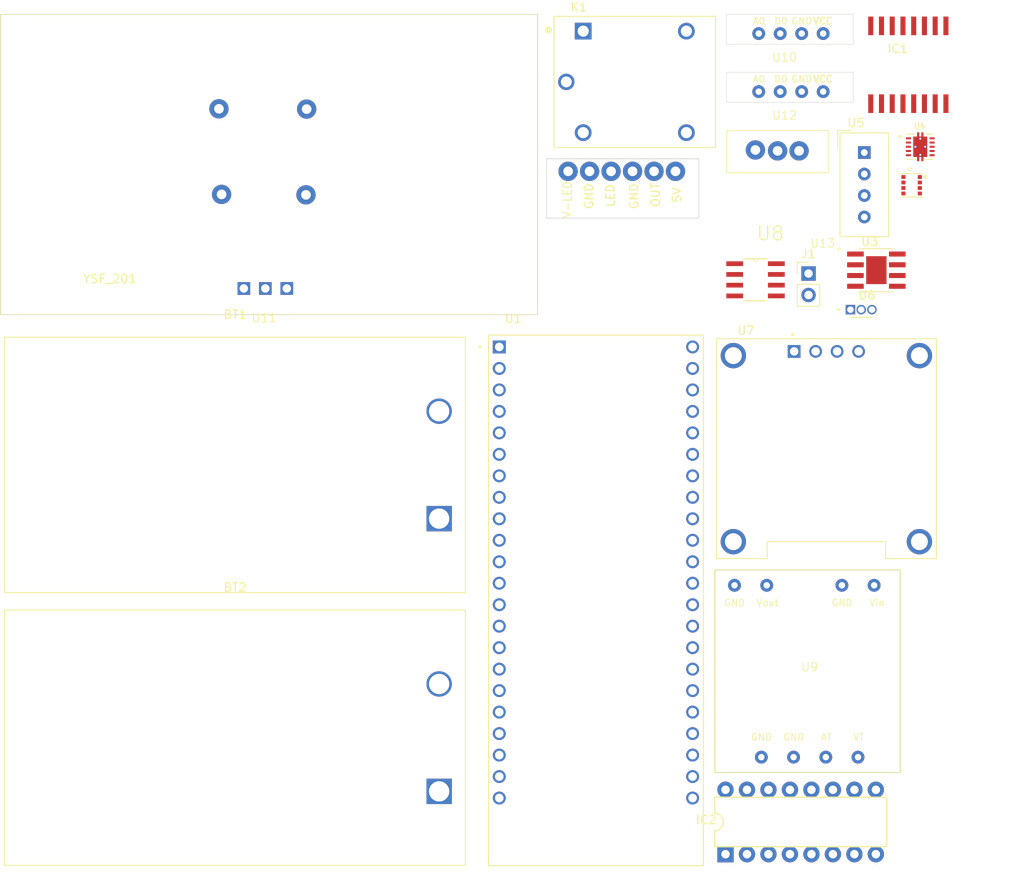
<source format=kicad_pcb>
(kicad_pcb (version 20240108) (generator "pcbnew") (generator_version "8.0")
  (layers (0 "F.Cu" signal) (31 "B.Cu" signal) (34 "B.Paste" user) (35 "F.Paste" user) (36 "B.SilkS" user "B.Silkscreen") (37 "F.SilkS" user "F.Silkscreen") (38 "B.Mask" user) (39 "F.Mask" user) (44 "Edge.Cuts" user))
  (net 0 "")
  (net 1 "GND")
  (net 2 "Net-(BT1-+)")
  (net 3 "Net-(BT2--)")
  (net 5 "/IO_15")
  (net 6 "/CLK")
  (net 10 "/IO_14")
  (net 16 "/IO_16")
  (net 18 "/5V")
  (net 42 "/IO_9")
  (net 44 "/IO_1")
  (net 46 "/IO_13")
  (net 48 "/IO_3")
  (net 51 "/IO_17")
  (net 52 "/IO_12")
  (net 53 "/IO_6")
  (net 55 "/IO_8")
  (net 58 "/IO_11")
  (net 60 "/IO_10")
  (net 61 "/IO_5")
  (net 62 "/3V3")
  (net 64 "/IO_7")
  (net 69 "/IO_4")
  (net 70 "/IO_2")
  (net 71 "/IO_0")
  (net 73 "/IO_18")
  (net 103 "Net-(U14-VLED)")
  (footprint "Sensor:Aosong_DHT11_5.5x12.0_P2.54mm" (layer "F.Cu") (at 171.4808 57.4968)
    (property "Reference" "U5" (at -1 -3.5 0) (layer "F.SilkS"))
    (property "Value" "DHT11")
    (fp_line (start -3.16 -2.6) (end -3.16 -0.6) (stroke (width 0.12)) (layer "F.SilkS"))
    (fp_line (start -3.16 -2.6) (end -1.55 -2.6) (stroke (width 0.12)) (layer "F.SilkS"))
    (fp_line (start -2.88 9.94) (end -2.88 -2.31) (stroke (width 0.12)) (layer "F.SilkS"))
    (fp_line (start -2.87 -2.32) (end 2.87 -2.32) (stroke (width 0.12)) (layer "F.SilkS"))
    (fp_line (start 2.88 -2.32) (end 2.88 9.94) (stroke (width 0.12)) (layer "F.SilkS"))
    (fp_line (start 2.88 9.94) (end -2.88 9.94) (stroke (width 0.12)) (layer "F.SilkS"))
    (pad "1" thru_hole rect (at 0 0) (size 1.5 1.5) (drill 0.8) (layers "*.Cu" "*.Mask") (net 62 "/3V3"))
    (pad "2" thru_hole circle (at 0 2.54) (size 1.5 1.5) (drill 0.8) (layers "*.Cu" "*.Mask") (net 60 "/IO_10"))
    (pad "3" thru_hole circle (at 0 5.08) (size 1.5 1.5) (drill 0.8) (layers "*.Cu" "*.Mask"))
    (pad "4" thru_hole circle (at 0 7.62) (size 1.5 1.5) (drill 0.8) (layers "*.Cu" "*.Mask") (net 1 "GND"))
  )
  (footprint "TP4056:SOP127P600X175-9N" (layer "F.Cu") (at 172.9058 71.4018)
    (property "Reference" "U3" (at -0.795 -3.362 0) (layer "F.SilkS"))
    (property "Value" "TP4056")
    (fp_line (start -2 -2.55) (end 2 -2.55) (stroke (width 0.127)) (layer "F.SilkS"))
    (fp_line (start -2 2.55) (end 2 2.55) (stroke (width 0.127)) (layer "F.SilkS"))
    (fp_circle (center -4.445 -2.505) (end -4.345 -2.505) (stroke (width 0.2)) (fill none) (layer "F.SilkS"))
    (pad "1" smd roundrect (at -2.475 -1.905) (size 1.97 0.6) (layers "F.Cu" "F.Paste" "F.Mask") (roundrect_rratio 0.125))
    (pad "2" smd roundrect (at -2.475 -0.635) (size 1.97 0.6) (layers "F.Cu" "F.Paste" "F.Mask") (roundrect_rratio 0.125))
    (pad "3" smd roundrect (at -2.475 0.635) (size 1.97 0.6) (layers "F.Cu" "F.Paste" "F.Mask") (roundrect_rratio 0.125) (net 1 "GND"))
    (pad "4" smd roundrect (at -2.475 1.905) (size 1.97 0.6) (layers "F.Cu" "F.Paste" "F.Mask") (roundrect_rratio 0.125) (net 18 "/5V"))
    (pad "5" smd roundrect (at 2.475 1.905) (size 1.97 0.6) (layers "F.Cu" "F.Paste" "F.Mask") (roundrect_rratio 0.125))
    (pad "6" smd roundrect (at 2.475 0.635) (size 1.97 0.6) (layers "F.Cu" "F.Paste" "F.Mask") (roundrect_rratio 0.125))
    (pad "7" smd roundrect (at 2.475 -0.635) (size 1.97 0.6) (layers "F.Cu" "F.Paste" "F.Mask") (roundrect_rratio 0.125))
    (pad "8" smd roundrect (at 2.475 -1.905) (size 1.97 0.6) (layers "F.Cu" "F.Paste" "F.Mask") (roundrect_rratio 0.125))
    (pad "9" smd rect (at 0 0) (size 2.413 3.302) (layers "F.Cu" "F.Mask"))
  )
  (footprint "Battery:BatteryHolder_Eagle_12BH611-GR" (layer "F.Cu") (at 121.2058 100.7818)
    (property "Reference" "BT1" (at -24.13 -24.13 0) (layer "F.SilkS"))
    (property "Value" "Battery")
    (fp_line (start -51.4 -21.45) (end 3.1 -21.45) (stroke (width 0.12)) (layer "F.SilkS"))
    (fp_line (start -51.4 8.75) (end -51.4 -21.45) (stroke (width 0.12)) (layer "F.SilkS"))
    (fp_line (start 3.1 -21.45) (end 3.1 8.75) (stroke (width 0.12)) (layer "F.SilkS"))
    (fp_line (start 3.1 8.75) (end -51.4 8.75) (stroke (width 0.12)) (layer "F.SilkS"))
    (pad "" np_thru_hole circle (at -38.9 -17.45) (size 2.6 2.6) (drill 2.6) (layers "*.Cu" "*.Mask"))
    (pad "" np_thru_hole circle (at -24.15 4.75) (size 2.6 2.6) (drill 2.6) (layers "*.Cu" "*.Mask"))
    (pad "" np_thru_hole circle (at -10.9 -17.45) (size 2.6 2.6) (drill 2.6) (layers "*.Cu" "*.Mask"))
    (pad "1" thru_hole rect (at 0 0) (size 3 3) (drill 2.4) (layers "*.Cu" "*.Mask") (net 2 "Net-(BT1-+)"))
    (pad "2" thru_hole circle (at 0 -12.7) (size 3 3) (drill 2.4) (layers "*.Cu" "*.Mask") (net 1 "GND"))
  )
  (footprint "Relay_unplugged:RELAY_SRD-05VDC-SL-C" (layer "F.Cu") (at 144.3408 49.1418)
    (property "Reference" "K1" (at -6.62563 -8.83584 0) (layer "F.SilkS") (effects (font (size 1.000094 1.000094))))
    (property "Value" "SRD-05VDC-SL-C")
    (fp_line (start -9.55 -7.75) (end 9.55 -7.75) (stroke (width 0.127)) (layer "F.SilkS"))
    (fp_line (start -9.55 7.75) (end -9.55 -7.75) (stroke (width 0.127)) (layer "F.SilkS"))
    (fp_line (start 9.55 -7.75) (end 9.55 7.75) (stroke (width 0.127)) (layer "F.SilkS"))
    (fp_line (start 9.55 7.75) (end -9.55 7.75) (stroke (width 0.127)) (layer "F.SilkS"))
    (fp_circle (center -10.2 -6.119) (end -10.1 -6.119) (stroke (width 0.3)) (fill none) (layer "F.SilkS"))
    (pad "A1" thru_hole rect (at -6.1 -6) (size 1.98 1.98) (drill 1.32) (layers "*.Cu" "*.Mask"))
    (pad "A2" thru_hole circle (at -6.1 6) (size 1.98 1.98) (drill 1.32) (layers "*.Cu" "*.Mask"))
    (pad "COM" thru_hole circle (at -8.1 0) (size 1.935 1.935) (drill 1.29) (layers "*.Cu" "*.Mask"))
    (pad "NC" thru_hole circle (at 6.1 -6) (size 1.98 1.98) (drill 1.32) (layers "*.Cu" "*.Mask"))
    (pad "NO" thru_hole circle (at 6.1 6) (size 1.98 1.98) (drill 1.32) (layers "*.Cu" "*.Mask"))
  )
  (footprint "4026_moisture:DIL16" (layer "F.Cu") (at 163.957 136.652)
    (property "Reference" "IC2" (at -11.176 -0.254 180) (layer "F.SilkS"))
    (property "Value" "4026")
    (fp_line (start -10.16 -2.921) (end -10.16 -1.016) (stroke (width 0.1524)) (layer "F.SilkS"))
    (fp_line (start -10.16 2.921) (end -10.16 1.016) (stroke (width 0.1524)) (layer "F.SilkS"))
    (fp_line (start -10.16 2.921) (end 10.16 2.921) (stroke (width 0.1524)) (layer "F.SilkS"))
    (fp_line (start 10.16 -2.921) (end -10.16 -2.921) (stroke (width 0.1524)) (layer "F.SilkS"))
    (fp_line (start 10.16 -2.921) (end 10.16 2.921) (stroke (width 0.1524)) (layer "F.SilkS"))
    (fp_arc (start -10.16 -1.016) (mid -9.144 0) (end -10.16 1.016) (stroke (width 0.1524)) (layer "F.SilkS"))
    (pad "1" thru_hole rect (at -8.89 3.81) (size 1.9304 1.9304) (drill 1) (layers "*.Cu" "*.Mask"))
    (pad "2" thru_hole circle (at -6.35 3.81) (size 1.9304 1.9304) (drill 1) (layers "*.Cu" "*.Mask"))
    (pad "3" thru_hole circle (at -3.81 3.81) (size 1.9304 1.9304) (drill 1) (layers "*.Cu" "*.Mask"))
    (pad "4" thru_hole circle (at -1.27 3.81) (size 1.9304 1.9304) (drill 1) (layers "*.Cu" "*.Mask"))
    (pad "5" thru_hole circle (at 1.27 3.81) (size 1.9304 1.9304) (drill 1) (layers "*.Cu" "*.Mask"))
    (pad "6" thru_hole circle (at 3.81 3.81) (size 1.9304 1.9304) (drill 1) (layers "*.Cu" "*.Mask"))
    (pad "7" thru_hole circle (at 6.35 3.81) (size 1.9304 1.9304) (drill 1) (layers "*.Cu" "*.Mask"))
    (pad "8" thru_hole circle (at 8.89 3.81) (size 1.9304 1.9304) (drill 1) (layers "*.Cu" "*.Mask"))
    (pad "9" thru_hole circle (at 8.89 -3.81) (size 1.9304 1.9304) (drill 1) (layers "*.Cu" "*.Mask"))
    (pad "10" thru_hole circle (at 6.35 -3.81) (size 1.9304 1.9304) (drill 1) (layers "*.Cu" "*.Mask"))
    (pad "11" thru_hole circle (at 3.81 -3.81) (size 1.9304 1.9304) (drill 1) (layers "*.Cu" "*.Mask"))
    (pad "12" thru_hole circle (at 1.27 -3.81) (size 1.9304 1.9304) (drill 1) (layers "*.Cu" "*.Mask"))
    (pad "13" thru_hole circle (at -1.27 -3.81) (size 1.9304 1.9304) (drill 1) (layers "*.Cu" "*.Mask"))
    (pad "14" thru_hole circle (at -3.81 -3.81) (size 1.9304 1.9304) (drill 1) (layers "*.Cu" "*.Mask"))
    (pad "15" thru_hole circle (at -6.35 -3.81) (size 1.9304 1.9304) (drill 1) (layers "*.Cu" "*.Mask"))
    (pad "16" thru_hole circle (at -8.89 -3.81) (size 1.9304 1.9304) (drill 1) (layers "*.Cu" "*.Mask"))
  )
  (footprint "Flame_Sensor:Footprint_IR_Flame" (layer "F.Cu") (at 166.5608 68.7268)
    (property "Reference" "U13" (at 0 -0.5 0) (layer "F.SilkS") (effects (font (thickness 0.1))))
    (property "Value" "Flame_Sensor")
    (fp_rect (start -11.35 -13.84) (end 0.65 -8.84) (stroke (width 0.1)) (fill none) (layer "F.SilkS"))
    (pad "1" thru_hole circle (at -7.958 -11.536) (size 2.286 2.286) (drill 1.143) (layers "*.Cu" "*.Mask") (net 69 "/IO_4"))
    (pad "2" thru_hole circle (at -5.334 -11.43) (size 2.286 2.286) (drill 1.143) (layers "*.Cu" "*.Mask") (net 1 "GND"))
    (pad "3" thru_hole circle (at -2.794 -11.43) (size 2.286 2.286) (drill 1.143) (layers "*.Cu" "*.Mask") (net 18 "/5V"))
  )
  (footprint "MAX471_Unplugged:MAX471" (layer "F.Cu") (at 165.0208 118.8268)
    (property "Reference" "U9" (at 0 -0.5 0) (layer "F.SilkS") (effects (font (thickness 0.1))))
    (property "Value" "MAX471")
    (fp_rect (start -11.25 -12) (end 10.75 12) (stroke (width 0.1)) (fill none) (layer "F.SilkS"))
    (fp_rect (start -11.176 -11.938) (end 10.668 11.938) (stroke (width 0.05)) (fill none) (layer "Edge.Cuts"))
    (fp_text user "Vout" (at -6.35 -7.62 0) (layer "F.SilkS") (effects (font (size 0.8 0.8) (thickness 0.1)) (justify left bottom)))
    (fp_text user "GND" (at -6.985 8.255 0) (layer "F.SilkS") (effects (font (size 0.8 0.8) (thickness 0.1)) (justify left bottom)))
    (fp_text user "Vin" (at 6.985 -7.62 0) (layer "F.SilkS") (effects (font (size 0.8 0.8) (thickness 0.1)) (justify left bottom)))
    (fp_text user "GND" (at -10.16 -7.62 0) (layer "F.SilkS") (effects (font (size 0.8 0.8) (thickness 0.1)) (justify left bottom)))
    (fp_text user "GND" (at -3.175 8.255 0) (layer "F.SilkS") (effects (font (size 0.8 0.8) (thickness 0.1)) (justify left bottom)))
    (fp_text user "GND" (at 2.54 -7.62 0) (layer "F.SilkS") (effects (font (size 0.8 0.8) (thickness 0.1)) (justify left bottom)))
    (fp_text user "VT" (at 5.08 8.255 0) (layer "F.SilkS") (effects (font (size 0.8 0.8) (thickness 0.1)) (justify left bottom)))
    (fp_text user "AT" (at 1.27 8.255 0) (layer "F.SilkS") (effects (font (size 0.8 0.8) (thickness 0.1)) (justify left bottom)))
    (pad "1" thru_hole circle (at 7.62 -10.16) (size 1.524 1.524) (drill 0.762) (layers "*.Cu" "*.Mask"))
    (pad "2" thru_hole circle (at 3.81 -10.16) (size 1.524 1.524) (drill 0.762) (layers "*.Cu" "*.Mask") (net 1 "GND"))
    (pad "3" thru_hole circle (at -5.08 -10.16) (size 1.524 1.524) (drill 0.762) (layers "*.Cu" "*.Mask"))
    (pad "4" thru_hole circle (at -8.89 -10.16) (size 1.524 1.524) (drill 0.762) (layers "*.Cu" "*.Mask") (net 1 "GND"))
    (pad "5" thru_hole circle (at 5.715 10.16) (size 1.524 1.524) (drill 0.762) (layers "*.Cu" "*.Mask"))
    (pad "6" thru_hole circle (at 1.905 10.16) (size 1.524 1.524) (drill 0.762) (layers "*.Cu" "*.Mask"))
    (pad "7" thru_hole circle (at -1.905 10.16) (size 1.524 1.524) (drill 0.762) (layers "*.Cu" "*.Mask") (net 1 "GND"))
    (pad "8" thru_hole circle (at -5.715 10.16) (size 1.524 1.524) (drill 0.762) (layers "*.Cu" "*.Mask") (net 1 "GND"))
  )
  (footprint "OLED096:MODULE_DM-OLED096-636" (layer "F.Cu") (at 166.9958 92.5068)
    (property "Reference" "U7" (at -9.525 -13.97 0) (layer "F.SilkS"))
    (property "Value" "DM-OLED096-636")
    (fp_line (start -13 -13) (end 13 -13) (stroke (width 0.127)) (layer "F.SilkS"))
    (fp_line (start -13 13) (end -13 -13) (stroke (width 0.127)) (layer "F.SilkS"))
    (fp_line (start -7 11) (end -7 13) (stroke (width 0.127)) (layer "F.SilkS"))
    (fp_line (start -7 13) (end -13 13) (stroke (width 0.127)) (layer "F.SilkS"))
    (fp_line (start 7 11) (end -7 11) (stroke (width 0.127)) (layer "F.SilkS"))
    (fp_line (start 7 13) (end 7 11) (stroke (width 0.127)) (layer "F.SilkS"))
    (fp_line (start 13 -13) (end 13 13) (stroke (width 0.127)) (layer "F.SilkS"))
    (fp_line (start 13 13) (end 7 13) (stroke (width 0.127)) (layer "F.SilkS"))
    (fp_circle (center -4 -13.5) (end -3.9 -13.5) (stroke (width 0.2)) (fill none) (layer "F.SilkS"))
    (pad "1" thru_hole rect (at -3.81 -11.5) (size 1.508 1.508) (drill 1) (layers "*.Cu" "*.Mask") (net 1 "GND"))
    (pad "2" thru_hole circle (at -1.27 -11.5) (size 1.508 1.508) (drill 1) (layers "*.Cu" "*.Mask") (net 18 "/5V"))
    (pad "3" thru_hole circle (at 1.27 -11.5) (size 1.508 1.508) (drill 1) (layers "*.Cu" "*.Mask") (net 58 "/IO_11"))
    (pad "4" thru_hole circle (at 3.81 -11.5) (size 1.508 1.508) (drill 1) (layers "*.Cu" "*.Mask") (net 52 "/IO_12"))
    (pad "S1" thru_hole circle (at -11 -11) (size 3 3) (drill 2) (layers "*.Cu" "*.Mask"))
    (pad "S2" thru_hole circle (at 11 -11) (size 3 3) (drill 2) (layers "*.Cu" "*.Mask"))
    (pad "S3" thru_hole circle (at 11 11) (size 3 3) (drill 2) (layers "*.Cu" "*.Mask"))
    (pad "S4" thru_hole circle (at -11 11) (size 3 3) (drill 2) (layers "*.Cu" "*.Mask"))
  )
  (footprint "MQ135:MQ135" (layer "F.Cu") (at 162.0438 53.5928)
    (property "Reference" "U12" (at 0 -0.5 0) (layer "F.SilkS") (effects (font (thickness 0.1))))
    (property "Value" "Sound_Sensor")
    (fp_rect (start -6.858 -5.588) (end 8.128 -2.032) (stroke (width 0.05)) (fill none) (layer "Edge.Cuts"))
    (fp_text user "GND" (at 0.762 -4.318 0) (layer "F.SilkS") (effects (font (size 0.8 0.8) (thickness 0.1)) (justify left bottom)))
    (fp_text user "D0" (at -1.27 -4.318 0) (layer "F.SilkS") (effects (font (size 0.8 0.8) (thickness 0.1)) (justify left bottom)))
    (fp_text user "A0" (at -3.81 -4.318 0) (layer "F.SilkS") (effects (font (size 0.8 0.8) (thickness 0.1)) (justify left bottom)))
    (fp_text user "VCC" (at 3.302 -4.318 0) (layer "F.SilkS") (effects (font (size 0.8 0.8) (thickness 0.15) (bold yes)) (justify left bottom)))
    (pad "1" thru_hole circle (at 4.572 -3.302) (size 1.524 1.524) (drill 0.762) (layers "*.Cu" "*.Mask") (net 18 "/5V"))
    (pad "2" thru_hole circle (at 2.032 -3.302) (size 1.524 1.524) (drill 0.762) (layers "*.Cu" "*.Mask") (net 1 "GND"))
    (pad "3" thru_hole circle (at -0.508 -3.302) (size 1.524 1.524) (drill 0.762) (layers "*.Cu" "*.Mask") (net 70 "/IO_2"))
    (pad "4" thru_hole circle (at -3.048 -3.302) (size 1.524 1.524) (drill 0.762) (layers "*.Cu" "*.Mask") (net 48 "/IO_3"))
  )
  (footprint "Water_Sens:Foot" (layer "F.Cu") (at 100.5008 77.5568)
    (property "Reference" "U11" (at 0 -0.5 0) (layer "F.SilkS") (effects (font (thickness 0.1))))
    (property "Value" "Water_Sensor")
    (fp_rect (start -31.17 -36.39) (end 32.33 -0.89) (stroke (width 0.1)) (fill none) (layer "F.SilkS"))
    (fp_rect (start -31.13 -36.4) (end 32.37 -0.9) (stroke (width 0.05)) (fill none) (layer "Edge.Cuts"))
    (fp_text user "YSF_201" (at -21.48 -4.54 0) (layer "F.SilkS") (effects (justify left bottom)))
    (pad "1" thru_hole rect (at -2.39 -3.99) (size 1.5 1.5) (drill 1) (layers "*.Cu" "*.Mask") (net 42 "/IO_9"))
    (pad "2" thru_hole rect (at 0.15 -3.99) (size 1.5 1.5) (drill 1) (layers "*.Cu" "*.Mask") (net 1 "GND"))
    (pad "3" thru_hole rect (at 2.69 -3.99) (size 1.5 1.5) (drill 1) (layers "*.Cu" "*.Mask") (net 18 "/5V"))
    (pad "hole1" thru_hole circle (at -5.33 -25.23) (size 2.286 2.286) (drill 1.143) (layers "*.Cu" "*.Mask"))
    (pad "hole2" thru_hole circle (at 5.04 -25.2) (size 2.286 2.286) (drill 1.143) (layers "*.Cu" "*.Mask"))
    (pad "hole3" thru_hole circle (at -5.02 -15.11) (size 2.286 2.286) (drill 1.143) (layers "*.Cu" "*.Mask"))
    (pad "hole4" thru_hole circle (at 4.96 -15.06) (size 2.286 2.286) (drill 1.143) (layers "*.Cu" "*.Mask"))
  )
  (footprint "MLX90217:TO92127P410H430-3" (layer "F.Cu") (at 171.1108 76.2518)
    (property "Reference" "U6" (at 0.675 -1.885 0) (layer "F.SilkS"))
    (property "Value" "MLX90217LUA-CAA-000-BU")
    (fp_line (start 1.3075 0.75) (end -1.3075 0.75) (stroke (width 0.127)) (layer "F.SilkS"))
    (fp_circle (center -2.65 -0.1825) (end -2.55 -0.1825) (stroke (width 0.2)) (fill none) (layer "F.SilkS"))
    (pad "1" thru_hole rect (at -1.27 -0.1825) (size 1.12 1.12) (drill 0.77) (layers "*.Cu" "*.Mask") (net 18 "/5V"))
    (pad "2" thru_hole circle (at 0 -0.1825) (size 1.12 1.12) (drill 0.77) (layers "*.Cu" "*.Mask") (net 1 "GND"))
    (pad "3" thru_hole circle (at 1.27 -0.1825) (size 1.12 1.12) (drill 0.77) (layers "*.Cu" "*.Mask") (net 46 "/IO_13"))
  )
  (footprint "BME280:PSON65P250X250X100-8N" (layer "F.Cu") (at 177.0758 61.3618)
    (property "Reference" "U2" (at -0.235245 -1.866763 0) (layer "F.SilkS") (effects (font (size 0.321721 0.321721))))
    (property "Value" "BME280")
    (fp_line (start -1.3 -1.385) (end 1.3 -1.385) (stroke (width 0.127)) (layer "F.SilkS"))
    (fp_line (start -1.3 1.385) (end 1.3 1.385) (stroke (width 0.127)) (layer "F.SilkS"))
    (fp_circle (center 1.6 -1) (end 1.65 -1) (stroke (width 0.2)) (fill none) (layer "F.SilkS"))
    (pad "1" smd roundrect (at 0.97 -0.975) (size 0.49 0.45) (layers "F.Cu" "F.Paste" "F.Mask") (roundrect_rratio 0.125) (net 1 "GND"))
    (pad "2" smd roundrect (at 0.97 -0.325) (size 0.49 0.45) (layers "F.Cu" "F.Paste" "F.Mask") (roundrect_rratio 0.125) (net 61 "/IO_5"))
    (pad "3" smd roundrect (at 0.97 0.325) (size 0.49 0.45) (layers "F.Cu" "F.Paste" "F.Mask") (roundrect_rratio 0.125) (net 64 "/IO_7"))
    (pad "4" smd roundrect (at 0.97 0.975) (size 0.49 0.45) (layers "F.Cu" "F.Paste" "F.Mask") (roundrect_rratio 0.125) (net 53 "/IO_6"))
    (pad "5" smd roundrect (at -0.97 0.975) (size 0.49 0.45) (layers "F.Cu" "F.Paste" "F.Mask") (roundrect_rratio 0.125) (net 55 "/IO_8"))
    (pad "6" smd roundrect (at -0.97 0.325) (size 0.49 0.45) (layers "F.Cu" "F.Paste" "F.Mask") (roundrect_rratio 0.125) (net 62 "/3V3"))
    (pad "7" smd roundrect (at -0.97 -0.325) (size 0.49 0.45) (layers "F.Cu" "F.Paste" "F.Mask") (roundrect_rratio 0.125) (net 1 "GND"))
    (pad "8" smd roundrect (at -0.97 -0.975) (size 0.49 0.45) (layers "F.Cu" "F.Paste" "F.Mask") (roundrect_rratio 0.125) (net 62 "/3V3"))
  )
  (footprint "Connector_PinHeader_2.54mm:PinHeader_1x02_P2.54mm_Vertical" (layer "F.Cu") (at 164.8858 71.8018)
    (property "Reference" "J1" (at 0 -2.33 0) (layer "F.SilkS"))
    (property "Value" "Conn_01x02_Socket")
    (fp_line (start -1.33 -1.33) (end 0 -1.33) (stroke (width 0.12)) (layer "F.SilkS"))
    (fp_line (start -1.33 0) (end -1.33 -1.33) (stroke (width 0.12)) (layer "F.SilkS"))
    (fp_line (start -1.33 1.27) (end -1.33 3.87) (stroke (width 0.12)) (layer "F.SilkS"))
    (fp_line (start -1.33 1.27) (end 1.33 1.27) (stroke (width 0.12)) (layer "F.SilkS"))
    (fp_line (start -1.33 3.87) (end 1.33 3.87) (stroke (width 0.12)) (layer "F.SilkS"))
    (fp_line (start 1.33 1.27) (end 1.33 3.87) (stroke (width 0.12)) (layer "F.SilkS"))
    (pad "1" thru_hole rect (at 0 0) (size 1.7 1.7) (drill 1) (layers "*.Cu" "*.Mask"))
    (pad "2" thru_hole oval (at 0 2.54) (size 1.7 1.7) (drill 1) (layers "*.Cu" "*.Mask"))
  )
  (footprint "OP90GSZ:SOIC127P600X175-8N" (layer "F.Cu") (at 158.6152 72.5422)
    (property "Reference" "U8" (at 1.75315 -5.48815 0) (layer "F.SilkS") (effects (font (size 1.64052 1.64052))))
    (property "Value" "OP90GSZ-REEL7")
    (fp_line (start -1.3716 2.4892) (end 1.3716 2.4892) (stroke (width 0.1524)) (layer "F.SilkS"))
    (fp_line (start -0.3048 -2.4892) (end -1.3716 -2.4892) (stroke (width 0.1524)) (layer "F.SilkS"))
    (fp_line (start 0.3048 -2.4892) (end -0.3048 -2.4892) (stroke (width 0.1524)) (layer "F.SilkS"))
    (fp_line (start 1.3716 -2.4892) (end 0.3048 -2.4892) (stroke (width 0.1524)) (layer "F.SilkS"))
    (fp_arc (start 0.3048 -2.4892) (mid 0 -2.1844) (end -0.3048 -2.4892) (stroke (width 0.1)) (layer "F.SilkS"))
    (pad "1" smd rect (at -2.4638 -1.905) (size 1.9812 0.5588) (layers "F.Cu" "F.Paste" "F.Mask"))
    (pad "2" smd rect (at -2.4638 -0.635) (size 1.9812 0.5588) (layers "F.Cu" "F.Paste" "F.Mask") (net 1 "GND"))
    (pad "3" smd rect (at -2.4638 0.635) (size 1.9812 0.5588) (layers "F.Cu" "F.Paste" "F.Mask"))
    (pad "4" smd rect (at -2.4638 1.905) (size 1.9812 0.5588) (layers "F.Cu" "F.Paste" "F.Mask") (net 3 "Net-(BT2--)"))
    (pad "5" smd rect (at 2.4638 1.905) (size 1.9812 0.5588) (layers "F.Cu" "F.Paste" "F.Mask"))
    (pad "6" smd rect (at 2.4638 0.635) (size 1.9812 0.5588) (layers "F.Cu" "F.Paste" "F.Mask") (net 73 "/IO_18"))
    (pad "7" smd rect (at 2.4638 -0.635) (size 1.9812 0.5588) (layers "F.Cu" "F.Paste" "F.Mask") (net 2 "Net-(BT1-+)"))
    (pad "8" smd rect (at 2.4638 -1.905) (size 1.9812 0.5588) (layers "F.Cu" "F.Paste" "F.Mask"))
  )
  (footprint "MQ135:MQ135" (layer "F.Cu") (at 162.0438 46.7298)
    (property "Reference" "U10" (at 0 -0.5 0) (layer "F.SilkS") (effects (font (thickness 0.1))))
    (property "Value" "MQ135")
    (fp_rect (start -6.858 -5.588) (end 8.128 -2.032) (stroke (width 0.05)) (fill none) (layer "Edge.Cuts"))
    (fp_text user "D0" (at -1.27 -4.318 0) (layer "F.SilkS") (effects (font (size 0.8 0.8) (thickness 0.1)) (justify left bottom)))
    (fp_text user "VCC" (at 3.302 -4.318 0) (layer "F.SilkS") (effects (font (size 0.8 0.8) (thickness 0.15) (bold yes)) (justify left bottom)))
    (fp_text user "A0" (at -3.81 -4.318 0) (layer "F.SilkS") (effects (font (size 0.8 0.8) (thickness 0.1)) (justify left bottom)))
    (fp_text user "GND" (at 0.762 -4.318 0) (layer "F.SilkS") (effects (font (size 0.8 0.8) (thickness 0.1)) (justify left bottom)))
    (pad "1" thru_hole circle (at 4.572 -3.302) (size 1.524 1.524) (drill 0.762) (layers "*.Cu" "*.Mask") (net 18 "/5V"))
    (pad "2" thru_hole circle (at 2.032 -3.302) (size 1.524 1.524) (drill 0.762) (layers "*.Cu" "*.Mask") (net 1 "GND"))
    (pad "3" thru_hole circle (at -0.508 -3.302) (size 1.524 1.524) (drill 0.762) (layers "*.Cu" "*.Mask") (net 71 "/IO_0"))
    (pad "4" thru_hole circle (at -3.048 -3.302) (size 1.524 1.524) (drill 0.762) (layers "*.Cu" "*.Mask") (net 44 "/IO_1"))
  )
  (footprint "DS3231:SO16W" (layer "F.Cu") (at 176.6857 47.1167)
    (property "Reference" "IC1" (at -1.27 -1.905 0) (layer "F.SilkS"))
    (property "Value" "DS3231")
    (pad "1" smd rect (at -4.445 4.6) (size 0.6 2.2) (layers "F.Cu" "F.Paste" "F.Mask") (net 6 "/CLK"))
    (pad "2" smd rect (at -3.175 4.6) (size 0.6 2.2) (layers "F.Cu" "F.Paste" "F.Mask") (net 18 "/5V"))
    (pad "3" smd rect (at -1.905 4.6) (size 0.6 2.2) (layers "F.Cu" "F.Paste" "F.Mask"))
    (pad "4" smd rect (at -0.635 4.6) (size 0.6 2.2) (layers "F.Cu" "F.Paste" "F.Mask"))
    (pad "5" smd rect (at 0.635 4.6) (size 0.6 2.2) (layers "F.Cu" "F.Paste" "F.Mask"))
    (pad "6" smd rect (at 1.905 4.6) (size 0.6 2.2) (layers "F.Cu" "F.Paste" "F.Mask"))
    (pad "7" smd rect (at 3.175 4.6) (size 0.6 2.2) (layers "F.Cu" "F.Paste" "F.Mask"))
    (pad "8" smd rect (at 4.445 4.6) (size 0.6 2.2) (layers "F.Cu" "F.Paste" "F.Mask"))
    (pad "9" smd rect (at 4.445 -4.6) (size 0.6 2.2) (layers "F.Cu" "F.Paste" "F.Mask"))
    (pad "10" smd rect (at 3.175 -4.6) (size 0.6 2.2) (layers "F.Cu" "F.Paste" "F.Mask"))
    (pad "11" smd rect (at 1.905 -4.6) (size 0.6 2.2) (layers "F.Cu" "F.Paste" "F.Mask"))
    (pad "12" smd rect (at 0.635 -4.6) (size 0.6 2.2) (layers "F.Cu" "F.Paste" "F.Mask"))
    (pad "13" smd rect (at -0.635 -4.6) (size 0.6 2.2) (layers "F.Cu" "F.Paste" "F.Mask") (net 1 "GND"))
    (pad "14" smd rect (at -1.905 -4.6) (size 0.6 2.2) (layers "F.Cu" "F.Paste" "F.Mask") (net 16 "/IO_16"))
    (pad "15" smd rect (at -3.175 -4.6) (size 0.6 2.2) (layers "F.Cu" "F.Paste" "F.Mask") (net 5 "/IO_15"))
    (pad "16" smd rect (at -4.445 -4.6) (size 0.6 2.2) (layers "F.Cu" "F.Paste" "F.Mask") (net 10 "/IO_14"))
  )
  (footprint "Battery:BatteryHolder_Eagle_12BH611-GR" (layer "F.Cu") (at 121.2058 133.0318)
    (property "Reference" "BT2" (at -24.13 -24.13 0) (layer "F.SilkS"))
    (property "Value" "Battery")
    (fp_line (start -51.4 -21.45) (end 3.1 -21.45) (stroke (width 0.12)) (layer "F.SilkS"))
    (fp_line (start -51.4 8.75) (end -51.4 -21.45) (stroke (width 0.12)) (layer "F.SilkS"))
    (fp_line (start 3.1 -21.45) (end 3.1 8.75) (stroke (width 0.12)) (layer "F.SilkS"))
    (fp_line (start 3.1 8.75) (end -51.4 8.75) (stroke (width 0.12)) (layer "F.SilkS"))
    (pad "" np_thru_hole circle (at -38.9 -17.45) (size 2.6 2.6) (drill 2.6) (layers "*.Cu" "*.Mask"))
    (pad "" np_thru_hole circle (at -24.15 4.75) (size 2.6 2.6) (drill 2.6) (layers "*.Cu" "*.Mask"))
    (pad "" np_thru_hole circle (at -10.9 -17.45) (size 2.6 2.6) (drill 2.6) (layers "*.Cu" "*.Mask"))
    (pad "1" thru_hole rect (at 0 0) (size 3 3) (drill 2.4) (layers "*.Cu" "*.Mask") (net 1 "GND"))
    (pad "2" thru_hole circle (at 0 -12.7) (size 3 3) (drill 2.4) (layers "*.Cu" "*.Mask") (net 3 "Net-(BT2--)"))
  )
  (footprint "Dust_Sensor:Dust" (layer "F.Cu") (at 145.0918 68.0978)
    (property "Reference" "U14" (hide yes))
    (property "Value" "Dust Sensor" (hide yes))
    (fp_rect (start -11.176 -9.906) (end 6.824 -2.858) (stroke (width 0.05)) (fill none) (layer "Edge.Cuts"))
    (fp_rect (start -11.176 -9.842) (end 6.824 -2.842) (stroke (width 0.05)) (fill none) (layer "Edge.Cuts"))
    (fp_text user "5V" (at 4.826 -4.572 90) (layer "F.SilkS") (effects (justify left bottom)))
    (fp_text user "OUT" (at 2.286 -4.064 90) (layer "F.SilkS") (effects (justify left bottom)))
    (fp_text user "GND" (at -5.588 -3.81 90) (layer "F.SilkS") (effects (justify left bottom)))
    (fp_text user "LED" (at -3.048 -4.064 90) (layer "F.SilkS") (effects (justify left bottom)))
    (fp_text user "V-LED" (at -8.128 -2.794 90) (layer "F.SilkS") (effects (font (size 1 0.9) (thickness 0.125)) (justify left bottom)))
    (fp_text user "GND" (at -0.254 -3.81 90) (layer "F.SilkS") (effects (justify left bottom)))
    (pad "1" thru_hole circle (at -8.636 -8.382) (size 2.286 2.286) (drill 1.143) (layers "*.Cu" "*.Mask") (net 103 "Net-(U14-VLED)"))
    (pad "2" thru_hole circle (at -6.096 -8.382) (size 2.286 2.286) (drill 1.143) (layers "*.Cu" "*.Mask") (net 1 "GND"))
    (pad "3" thru_hole circle (at -3.556 -8.382) (size 2.286 2.286) (drill 1.143) (layers "*.Cu" "*.Mask"))
    (pad "4" thru_hole circle (at -1.016 -8.382) (size 2.286 2.286) (drill 1.143) (layers "*.Cu" "*.Mask") (net 1 "GND"))
    (pad "5" thru_hole circle (at 1.524 -8.382) (size 2.286 2.286) (drill 1.143) (layers "*.Cu" "*.Mask") (net 51 "/IO_17"))
    (pad "6" thru_hole circle (at 4.064 -8.382) (size 2.286 2.286) (drill 1.143) (layers "*.Cu" "*.Mask") (net 18 "/5V"))
  )
  (footprint "TPS6120:VREG_V62_16624-01YE" (layer "F.Cu") (at 178.0958 56.8118)
    (property "Reference" "U4" (at -0.078 -2.4334 0) (layer "F.SilkS") (effects (font (size 0.64 0.64))))
    (property "Value" "TPS61202DRCT")
    (fp_line (start -1.5 -1.5) (end -0.695 -1.5) (stroke (width 0.127)) (layer "F.SilkS"))
    (fp_line (start -1.5 1.5) (end -0.695 1.5) (stroke (width 0.127)) (layer "F.SilkS"))
    (fp_line (start 0.695 -1.5) (end 1.5 -1.5) (stroke (width 0.127)) (layer "F.SilkS"))
    (fp_line (start 0.695 1.5) (end 1.5 1.5) (stroke (width 0.127)) (layer "F.SilkS"))
    (fp_circle (center -2.395 -1.2) (end -2.295 -1.2) (stroke (width 0.2)) (fill none) (layer "F.SilkS"))
    (pad "1" smd roundrect (at -1.4 -1) (size 0.6 0.24) (layers "F.Cu" "F.Paste") (roundrect_rratio 0.125))
    (pad "2" smd roundrect (at -1.4 -0.5) (size 0.6 0.24) (layers "F.Cu" "F.Paste") (roundrect_rratio 0.125))
    (pad "3" smd roundrect (at -1.4 0) (size 0.6 0.24) (layers "F.Cu" "F.Paste") (roundrect_rratio 0.125))
    (pad "4" smd roundrect (at -1.4 0.5) (size 0.6 0.24) (layers "F.Cu" "F.Paste") (roundrect_rratio 0.125))
    (pad "5" smd roundrect (at -1.4 1) (size 0.6 0.24) (layers "F.Cu" "F.Paste") (roundrect_rratio 0.125) (net 18 "/5V"))
    (pad "6" smd roundrect (at 1.4 1) (size 0.6 0.24) (layers "F.Cu" "F.Paste") (roundrect_rratio 0.125))
    (pad "7" smd roundrect (at 1.4 0.5) (size 0.6 0.24) (layers "F.Cu" "F.Paste") (roundrect_rratio 0.125))
    (pad "8" smd roundrect (at 1.4 0) (size 0.6 0.24) (layers "F.Cu" "F.Paste") (roundrect_rratio 0.125))
    (pad "9" smd roundrect (at 1.4 -0.5) (size 0.6 0.24) (layers "F.Cu" "F.Paste") (roundrect_rratio 0.125) (net 1 "GND"))
    (pad "10" smd roundrect (at 1.4 -1) (size 0.6 0.24) (layers "F.Cu" "F.Paste") (roundrect_rratio 0.125))
    (pad "11" smd custom (at 0 0) (size 1.65 2.4) (layers "F.Cu") (options (clearance outline) (anchor rect)) (primitives (gr_poly (pts (xy -0.825 -1.2) (xy -0.375 -1.2) (xy -0.375 -1.7) (xy -0.125 -1.7) (xy -0.125 -1.2) (xy 0.125 -1.2) (xy 0.125 -1.7) (xy 0.375 -1.7) (xy 0.375 -1.2) (xy 0.825 -1.2) (xy 0.825 1.2) (xy 0.375 1.2) (xy 0.375 1.7) (xy 0.125 1.7) (xy 0.125 1.2) (xy -0.125 1.2) (xy -0.125 1.7) (xy -0.375 1.7) (xy -0.375 1.2) (xy -0.825 1.2)) (width 0.01) (fill yes))))
    (pad "12" thru_hole circle (at 0 0.95) (size 0.3 0.3) (drill 0.2) (layers "*.Cu"))
    (pad "13" thru_hole circle (at -0.575 0) (size 0.3 0.3) (drill 0.2) (layers "*.Cu"))
    (pad "14" thru_hole circle (at 0.575 0) (size 0.3 0.3) (drill 0.2) (layers "*.Cu"))
    (pad "15" thru_hole circle (at 0 -0.95) (size 0.3 0.3) (drill 0.2) (layers "*.Cu"))
  )
  (footprint "esp_32_s3_unplugged:XCVR_ESP32-S3-DEVKITC-1U-N8R2" (layer "F.Cu") (at 139.7468 110.4518)
    (property "Reference" "U1" (at -9.775 -33.305 0) (layer "F.SilkS"))
    (property "Value" "ESP32-S3-DEVKITC-1U-N8R2")
    (fp_line (start -12.7 -31.37) (end 12.7 -31.37) (stroke (width 0.127)) (layer "F.SilkS"))
    (fp_line (start -12.7 31.37) (end -12.7 -31.37) (stroke (width 0.127)) (layer "F.SilkS"))
    (fp_line (start 12.7 -31.37) (end 12.7 31.37) (stroke (width 0.127)) (layer "F.SilkS"))
    (fp_line (start 12.7 31.37) (end -12.7 31.37) (stroke (width 0.127)) (layer "F.SilkS"))
    (fp_circle (center -13.716 -29.972) (end -13.616 -29.972) (stroke (width 0.2)) (fill none) (layer "F.SilkS"))
    (pad "J1_1" thru_hole rect (at -11.43 -29.97) (size 1.53 1.53) (drill 1.02) (layers "*.Cu" "*.Mask") (net 62 "/3V3"))
    (pad "J1_2" thru_hole circle (at -11.43 -27.43) (size 1.53 1.53) (drill 1.02) (layers "*.Cu" "*.Mask") (net 62 "/3V3"))
    (pad "J1_3" thru_hole circle (at -11.43 -24.89) (size 1.53 1.53) (drill 1.02) (layers "*.Cu" "*.Mask"))
    (pad "J1_4" thru_hole circle (at -11.43 -22.35) (size 1.53 1.53) (drill 1.02) (layers "*.Cu" "*.Mask") (net 69 "/IO_4"))
    (pad "J1_5" thru_hole circle (at -11.43 -19.81) (size 1.53 1.53) (drill 1.02) (layers "*.Cu" "*.Mask") (net 61 "/IO_5"))
    (pad "J1_6" thru_hole circle (at -11.43 -17.27) (size 1.53 1.53) (drill 1.02) (layers "*.Cu" "*.Mask") (net 53 "/IO_6"))
    (pad "J1_7" thru_hole circle (at -11.43 -14.73) (size 1.53 1.53) (drill 1.02) (layers "*.Cu" "*.Mask") (net 64 "/IO_7"))
    (pad "J1_8" thru_hole circle (at -11.43 -12.19) (size 1.53 1.53) (drill 1.02) (layers "*.Cu" "*.Mask") (net 5 "/IO_15"))
    (pad "J1_9" thru_hole circle (at -11.43 -9.65) (size 1.53 1.53) (drill 1.02) (layers "*.Cu" "*.Mask") (net 16 "/IO_16"))
    (pad "J1_10" thru_hole circle (at -11.43 -7.11) (size 1.53 1.53) (drill 1.02) (layers "*.Cu" "*.Mask") (net 51 "/IO_17"))
    (pad "J1_11" thru_hole circle (at -11.43 -4.57) (size 1.53 1.53) (drill 1.02) (layers "*.Cu" "*.Mask") (net 73 "/IO_18"))
    (pad "J1_12" thru_hole circle (at -11.43 -2.03) (size 1.53 1.53) (drill 1.02) (layers "*.Cu" "*.Mask") (net 55 "/IO_8"))
    (pad "J1_13" thru_hole circle (at -11.43 0.51) (size 1.53 1.53) (drill 1.02) (layers "*.Cu" "*.Mask") (net 48 "/IO_3"))
    (pad "J1_14" thru_hole circle (at -11.43 3.05) (size 1.53 1.53) (drill 1.02) (layers "*.Cu" "*.Mask"))
    (pad "J1_15" thru_hole circle (at -11.43 5.59) (size 1.53 1.53) (drill 1.02) (layers "*.Cu" "*.Mask") (net 42 "/IO_9"))
    (pad "J1_16" thru_hole circle (at -11.43 8.13) (size 1.53 1.53) (drill 1.02) (layers "*.Cu" "*.Mask") (net 60 "/IO_10"))
    (pad "J1_17" thru_hole circle (at -11.43 10.67) (size 1.53 1.53) (drill 1.02) (layers "*.Cu" "*.Mask") (net 58 "/IO_11"))
    (pad "J1_18" thru_hole circle (at -11.43 13.21) (size 1.53 1.53) (drill 1.02) (layers "*.Cu" "*.Mask") (net 52 "/IO_12"))
    (pad "J1_19" thru_hole circle (at -11.43 15.75) (size 1.53 1.53) (drill 1.02) (layers "*.Cu" "*.Mask") (net 46 "/IO_13"))
    (pad "J1_20" thru_hole circle (at -11.43 18.29) (size 1.53 1.53) (drill 1.02) (layers "*.Cu" "*.Mask") (net 10 "/IO_14"))
    (pad "J1_21" thru_hole circle (at -11.43 20.83) (size 1.53 1.53) (drill 1.02) (layers "*.Cu" "*.Mask") (net 18 "/5V"))
    (pad "J1_22" thru_hole circle (at -11.43 23.37) (size 1.53 1.53) (drill 1.02) (layers "*.Cu" "*.Mask") (net 1 "GND"))
    (pad "J3_1" thru_hole circle (at 11.43 -29.97) (size 1.53 1.53) (drill 1.02) (layers "*.Cu" "*.Mask") (net 1 "GND"))
    (pad "J3_2" thru_hole circle (at 11.43 -27.43) (size 1.53 1.53) (drill 1.02) (layers "*.Cu" "*.Mask"))
    (pad "J3_3" thru_hole circle (at 11.43 -24.89) (size 1.53 1.53) (drill 1.02) (layers "*.Cu" "*.Mask"))
    (pad "J3_4" thru_hole circle (at 11.43 -22.35) (size 1.53 1.53) (drill 1.02) (layers "*.Cu" "*.Mask") (net 44 "/IO_1"))
    (pad "J3_5" thru_hole circle (at 11.43 -19.81) (size 1.53 1.53) (drill 1.02) (layers "*.Cu" "*.Mask") (net 70 "/IO_2"))
    (pad "J3_6" thru_hole circle (at 11.43 -17.27) (size 1.53 1.53) (drill 1.02) (layers "*.Cu" "*.Mask"))
    (pad "J3_7" thru_hole circle (at 11.43 -14.73) (size 1.53 1.53) (drill 1.02) (layers "*.Cu" "*.Mask"))
    (pad "J3_8" thru_hole circle (at 11.43 -12.19) (size 1.53 1.53) (drill 1.02) (layers "*.Cu" "*.Mask"))
    (pad "J3_9" thru_hole circle (at 11.43 -9.65) (size 1.53 1.53) (drill 1.02) (layers "*.Cu" "*.Mask"))
    (pad "J3_10" thru_hole circle (at 11.43 -7.11) (size 1.53 1.53) (drill 1.02) (layers "*.Cu" "*.Mask"))
    (pad "J3_11" thru_hole circle (at 11.43 -4.57) (size 1.53 1.53) (drill 1.02) (layers "*.Cu" "*.Mask"))
    (pad "J3_12" thru_hole circle (at 11.43 -2.03) (size 1.53 1.53) (drill 1.02) (layers "*.Cu" "*.Mask"))
    (pad "J3_13" thru_hole circle (at 11.43 0.51) (size 1.53 1.53) (drill 1.02) (layers "*.Cu" "*.Mask"))
    (pad "J3_14" thru_hole circle (at 11.43 3.05) (size 1.53 1.53) (drill 1.02) (layers "*.Cu" "*.Mask") (net 71 "/IO_0"))
    (pad "J3_15" thru_hole circle (at 11.43 5.59) (size 1.53 1.53) (drill 1.02) (layers "*.Cu" "*.Mask"))
    (pad "J3_16" thru_hole circle (at 11.43 8.13) (size 1.53 1.53) (drill 1.02) (layers "*.Cu" "*.Mask"))
    (pad "J3_17" thru_hole circle (at 11.43 10.67) (size 1.53 1.53) (drill 1.02) (layers "*.Cu" "*.Mask"))
    (pad "J3_18" thru_hole circle (at 11.43 13.21) (size 1.53 1.53) (drill 1.02) (layers "*.Cu" "*.Mask"))
    (pad "J3_19" thru_hole circle (at 11.43 15.75) (size 1.53 1.53) (drill 1.02) (layers "*.Cu" "*.Mask"))
    (pad "J3_20" thru_hole circle (at 11.43 18.29) (size 1.53 1.53) (drill 1.02) (layers "*.Cu" "*.Mask"))
    (pad "J3_21" thru_hole circle (at 11.43 20.83) (size 1.53 1.53) (drill 1.02) (layers "*.Cu" "*.Mask") (net 1 "GND"))
    (pad "J3_22" thru_hole circle (at 11.43 23.37) (size 1.53 1.53) (drill 1.02) (layers "*.Cu" "*.Mask") (net 1 "GND"))
  )
)
</source>
